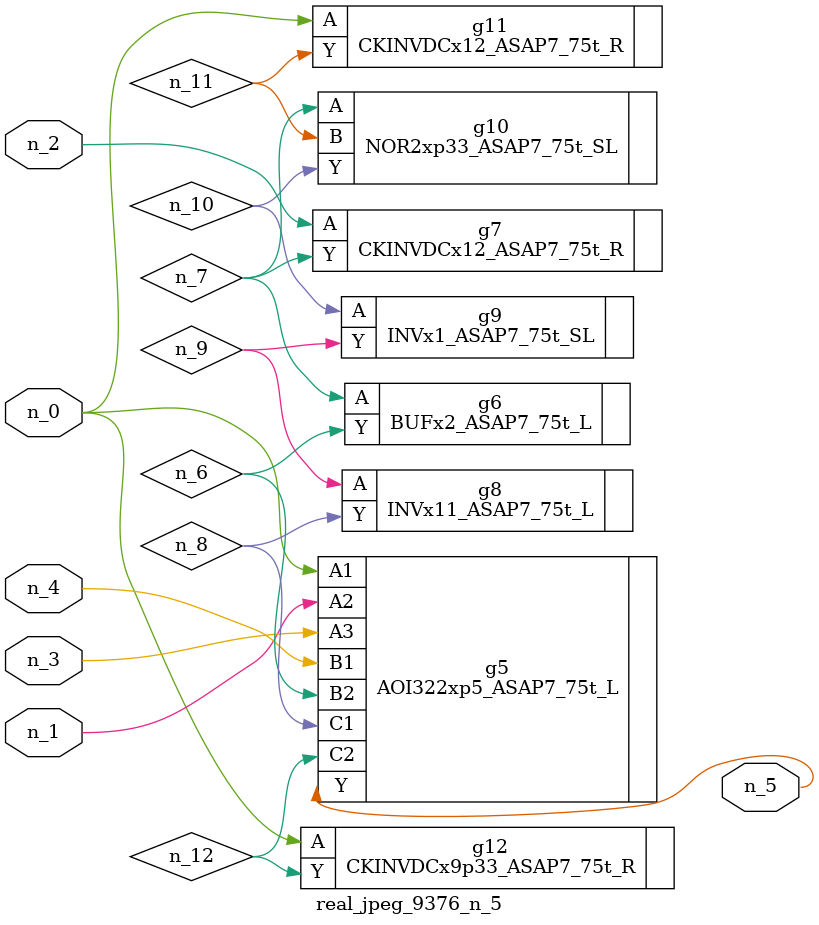
<source format=v>
module real_jpeg_9376_n_5 (n_4, n_0, n_1, n_2, n_3, n_5);

input n_4;
input n_0;
input n_1;
input n_2;
input n_3;

output n_5;

wire n_12;
wire n_8;
wire n_11;
wire n_6;
wire n_7;
wire n_10;
wire n_9;

AOI322xp5_ASAP7_75t_L g5 ( 
.A1(n_0),
.A2(n_1),
.A3(n_3),
.B1(n_4),
.B2(n_6),
.C1(n_8),
.C2(n_12),
.Y(n_5)
);

CKINVDCx12_ASAP7_75t_R g11 ( 
.A(n_0),
.Y(n_11)
);

CKINVDCx9p33_ASAP7_75t_R g12 ( 
.A(n_0),
.Y(n_12)
);

CKINVDCx12_ASAP7_75t_R g7 ( 
.A(n_2),
.Y(n_7)
);

BUFx2_ASAP7_75t_L g6 ( 
.A(n_7),
.Y(n_6)
);

NOR2xp33_ASAP7_75t_SL g10 ( 
.A(n_7),
.B(n_11),
.Y(n_10)
);

INVx11_ASAP7_75t_L g8 ( 
.A(n_9),
.Y(n_8)
);

INVx1_ASAP7_75t_SL g9 ( 
.A(n_10),
.Y(n_9)
);


endmodule
</source>
